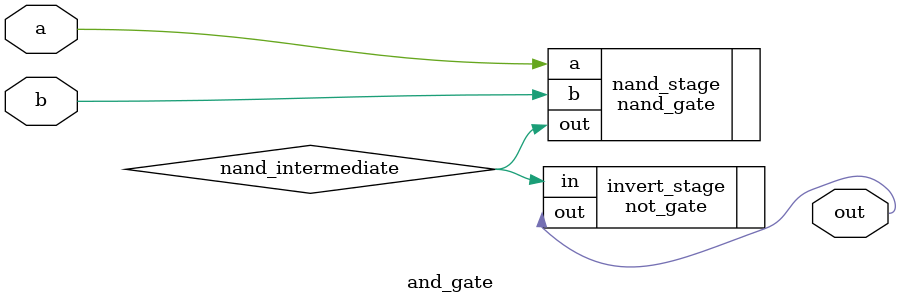
<source format=v>

`timescale 1ns / 1ps

module and_gate (
    input  wire a,   // First input
    input  wire b,   // Second input
    output wire out  // AND output: a & b
);

    // Internal signal: NAND intermediate result
    wire nand_intermediate;

    // Stage 1: NAND Operation
    // Compute NAND(a, b) = ~(a & b)
    nand_gate nand_stage (
        .a  (a),
        .b  (b),
        .out(nand_intermediate)
    );

    // Stage 2: Inversion to get AND
    // Apply De Morgan's Law: AND(a, b) = NOT(NAND(a, b))
    // Truth Table: 00->0, 01->0, 10->0, 11->1
    not_gate invert_stage (
        .in (nand_intermediate),
        .out(out)
    );

endmodule
</source>
